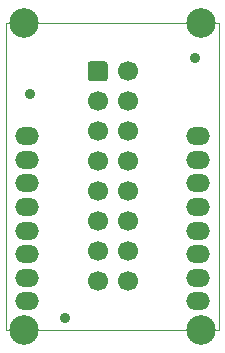
<source format=gbr>
G04 #@! TF.GenerationSoftware,KiCad,Pcbnew,6.0.10+dfsg-1~bpo11+1*
G04 #@! TF.ProjectId,top,746f702e-6b69-4636-9164-5f7063625858,rev?*
G04 #@! TF.SameCoordinates,Original*
G04 #@! TF.FileFunction,Soldermask,Top*
G04 #@! TF.FilePolarity,Negative*
%FSLAX46Y46*%
G04 Gerber Fmt 4.6, Leading zero omitted, Abs format (unit mm)*
%MOMM*%
%LPD*%
G01*
G04 APERTURE LIST*
G04 #@! TA.AperFunction,Profile*
%ADD10C,0.120000*%
G04 #@! TD*
%ADD11O,2.000000X1.500000*%
%ADD12C,0.900000*%
%ADD13C,2.500000*%
%ADD14C,1.700000*%
G04 APERTURE END LIST*
D10*
X166500000Y-100000000D02*
X184500000Y-100000000D01*
X184500000Y-100000000D02*
X184500000Y-126000000D01*
X184500000Y-126000000D02*
X166500000Y-126000000D01*
X166500000Y-126000000D02*
X166500000Y-100000000D01*
D11*
X168250000Y-109600000D03*
X168250000Y-111600000D03*
X168250000Y-113600000D03*
X168250000Y-115600000D03*
X168250000Y-117600000D03*
X168250000Y-119600000D03*
X168250000Y-121600000D03*
X168250000Y-123600000D03*
X182750000Y-123600000D03*
X182750000Y-121600000D03*
X182750000Y-119600000D03*
X182750000Y-117600000D03*
X182750000Y-115600000D03*
X182750000Y-113600000D03*
X182750000Y-111600000D03*
X182750000Y-109600000D03*
D12*
X182500000Y-103000000D03*
X171500000Y-125000000D03*
X168500000Y-106000000D03*
D13*
X168000000Y-100000000D03*
X183000000Y-100000000D03*
X183000000Y-126000000D03*
X168000000Y-126000000D03*
G36*
G01*
X173402500Y-104710000D02*
X173402500Y-103510000D01*
G75*
G02*
X173652500Y-103260000I250000J0D01*
G01*
X174852500Y-103260000D01*
G75*
G02*
X175102500Y-103510000I0J-250000D01*
G01*
X175102500Y-104710000D01*
G75*
G02*
X174852500Y-104960000I-250000J0D01*
G01*
X173652500Y-104960000D01*
G75*
G02*
X173402500Y-104710000I0J250000D01*
G01*
G37*
D14*
X176792500Y-104110000D03*
X174252500Y-106650000D03*
X176792500Y-106650000D03*
X174252500Y-109190000D03*
X176792500Y-109190000D03*
X174252500Y-111730000D03*
X176792500Y-111730000D03*
X174252500Y-114270000D03*
X176792500Y-114270000D03*
X174252500Y-116810000D03*
X176792500Y-116810000D03*
X174252500Y-119350000D03*
X176792500Y-119350000D03*
X174252500Y-121890000D03*
X176792500Y-121890000D03*
M02*

</source>
